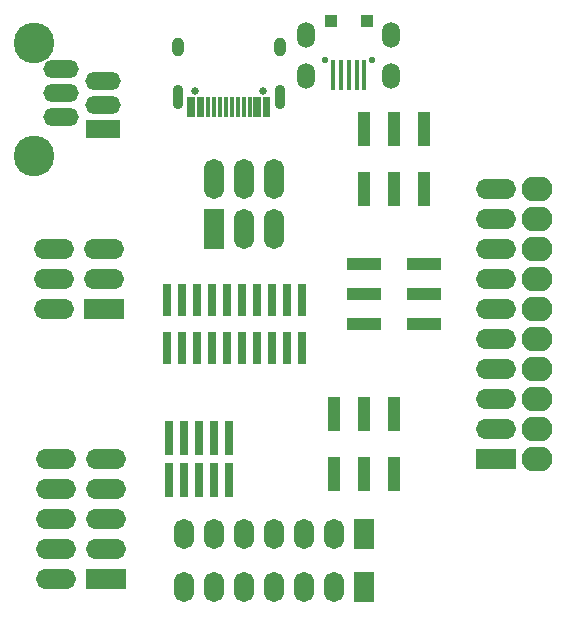
<source format=gts>
G04 #@! TF.GenerationSoftware,KiCad,Pcbnew,6.0.5-a6ca702e91~116~ubuntu20.04.1*
G04 #@! TF.CreationDate,2022-05-18T13:30:30-07:00*
G04 #@! TF.ProjectId,tag-connect-breakout,7461672d-636f-46e6-9e65-63742d627265,rev?*
G04 #@! TF.SameCoordinates,Original*
G04 #@! TF.FileFunction,Soldermask,Top*
G04 #@! TF.FilePolarity,Negative*
%FSLAX46Y46*%
G04 Gerber Fmt 4.6, Leading zero omitted, Abs format (unit mm)*
G04 Created by KiCad (PCBNEW 6.0.5-a6ca702e91~116~ubuntu20.04.1) date 2022-05-18 13:30:30*
%MOMM*%
%LPD*%
G01*
G04 APERTURE LIST*
%ADD10O,1.700000X3.400000*%
%ADD11R,1.700000X3.400000*%
%ADD12O,3.000000X1.500000*%
%ADD13R,3.000000X1.500000*%
%ADD14C,3.450000*%
%ADD15O,1.700000X2.550000*%
%ADD16R,1.700000X2.550000*%
%ADD17R,3.400000X1.700000*%
%ADD18O,3.400000X1.700000*%
%ADD19R,3.000000X1.000000*%
%ADD20R,1.000000X3.000000*%
%ADD21R,0.762000X2.794000*%
%ADD22R,0.300000X1.750000*%
%ADD23C,0.650000*%
%ADD24O,0.900000X2.100000*%
%ADD25O,1.000000X1.600000*%
%ADD26R,1.100000X1.100000*%
%ADD27R,0.400000X2.650000*%
%ADD28C,0.550000*%
%ADD29O,1.500000X2.200000*%
%ADD30R,0.762000X2.997200*%
%ADD31O,2.600000X2.100000*%
G04 APERTURE END LIST*
D10*
G04 #@! TO.C,J7*
X63500000Y-95670000D03*
X63500000Y-99910000D03*
X60960000Y-95670000D03*
X60960000Y-99910000D03*
X58420000Y-95670000D03*
D11*
X58420000Y-99910000D03*
G04 #@! TD*
D12*
G04 #@! TO.C,J1*
X45480000Y-86360000D03*
X49010000Y-87376000D03*
X45478000Y-88392000D03*
X49010000Y-89408000D03*
X45480000Y-90424000D03*
D13*
X49010000Y-91440000D03*
D14*
X43180000Y-84137500D03*
X43180000Y-93662500D03*
G04 #@! TD*
D15*
G04 #@! TO.C,J11*
X55880000Y-125730000D03*
X58420000Y-125730000D03*
X60960000Y-125730000D03*
X63500000Y-125730000D03*
X66040000Y-125730000D03*
X68580000Y-125730000D03*
D16*
X71120000Y-125730000D03*
G04 #@! TD*
D17*
G04 #@! TO.C,J2*
X49317500Y-129540000D03*
D18*
X45077500Y-129540000D03*
X49317500Y-127000000D03*
X45077500Y-127000000D03*
X49317500Y-124460000D03*
X45077500Y-124460000D03*
X49317500Y-121920000D03*
X45077500Y-121920000D03*
X49317500Y-119380000D03*
X45077500Y-119380000D03*
G04 #@! TD*
D19*
G04 #@! TO.C,SW3*
X76200000Y-107950000D03*
X76200000Y-105410000D03*
X76200000Y-102870000D03*
X71120000Y-107950000D03*
X71120000Y-105410000D03*
X71120000Y-102860000D03*
G04 #@! TD*
D20*
G04 #@! TO.C,SW2*
X73660000Y-115570000D03*
X71120000Y-115570000D03*
X68580000Y-115570000D03*
X73660000Y-120650000D03*
X71120000Y-120650000D03*
X68570000Y-120650000D03*
G04 #@! TD*
G04 #@! TO.C,SW1*
X76210000Y-91440000D03*
X73660000Y-91440000D03*
X71120000Y-91440000D03*
X76200000Y-96520000D03*
X73660000Y-96520000D03*
X71120000Y-96520000D03*
G04 #@! TD*
D21*
G04 #@! TO.C,J10*
X65913000Y-105918000D03*
X65913000Y-109982000D03*
X64643000Y-105918000D03*
X64643000Y-109982000D03*
X63373000Y-105918000D03*
X63373000Y-109982000D03*
X62103000Y-105918000D03*
X62103000Y-109982000D03*
X60833000Y-105918000D03*
X60833000Y-109982000D03*
X59563000Y-105918000D03*
X59563000Y-109982000D03*
X58293000Y-105918000D03*
X58293000Y-109982000D03*
X57023000Y-105918000D03*
X57023000Y-109982000D03*
X55753000Y-105918000D03*
X55753000Y-109982000D03*
X54483000Y-105918000D03*
X54483000Y-109982000D03*
G04 #@! TD*
D15*
G04 #@! TO.C,J9*
X55880000Y-130200000D03*
X58420000Y-130200000D03*
X60960000Y-130200000D03*
X63500000Y-130200000D03*
X66040000Y-130200000D03*
X68580000Y-130200000D03*
D16*
X71120000Y-130200000D03*
G04 #@! TD*
D22*
G04 #@! TO.C,J8*
X56340000Y-89510000D03*
X56640000Y-89510000D03*
X57440000Y-89510000D03*
X57140000Y-89510000D03*
X61940000Y-89510000D03*
X62240000Y-89510000D03*
X62740000Y-89510000D03*
X63040000Y-89510000D03*
X59940000Y-89510000D03*
X60940000Y-89510000D03*
X61440000Y-89510000D03*
X60440000Y-89510000D03*
X57940000Y-89510000D03*
X58440000Y-89510000D03*
X58940000Y-89510000D03*
X59440000Y-89510000D03*
D23*
X56800000Y-88170000D03*
X62580000Y-88170000D03*
D24*
X55370000Y-88670000D03*
X64010000Y-88670000D03*
D25*
X55370000Y-84490000D03*
X64010000Y-84490000D03*
G04 #@! TD*
D26*
G04 #@! TO.C,J6*
X71350000Y-82280000D03*
X68350000Y-82280000D03*
D27*
X69850000Y-86840000D03*
D28*
X71850000Y-85580000D03*
X67850000Y-85580000D03*
D27*
X70500000Y-86840000D03*
X71150000Y-86840000D03*
X69200000Y-86840000D03*
X68550000Y-86840000D03*
D29*
X73450000Y-83430000D03*
X66250000Y-83430000D03*
X66250000Y-86900000D03*
X73450000Y-86900000D03*
G04 #@! TD*
D18*
G04 #@! TO.C,J5*
X44870000Y-101600000D03*
X49110000Y-101600000D03*
X44870000Y-104140000D03*
X49110000Y-104140000D03*
X44870000Y-106680000D03*
D17*
X49110000Y-106680000D03*
G04 #@! TD*
D30*
G04 #@! TO.C,J4*
X59690000Y-121158000D03*
X59690000Y-117602000D03*
X58420000Y-121158000D03*
X58420000Y-117602000D03*
X57150000Y-121158000D03*
X57150000Y-117602000D03*
X55880000Y-121158000D03*
X55880000Y-117602000D03*
X54610000Y-121158000D03*
X54610000Y-117602000D03*
G04 #@! TD*
D31*
G04 #@! TO.C,J3*
X85740000Y-96520000D03*
D18*
X82350000Y-96520000D03*
D31*
X85740000Y-99060000D03*
D18*
X82350000Y-99060000D03*
D31*
X85740000Y-101600000D03*
D18*
X82350000Y-101600000D03*
D31*
X85740000Y-104140000D03*
D18*
X82350000Y-104140000D03*
D31*
X85740000Y-106680000D03*
D18*
X82350000Y-106680000D03*
D31*
X85740000Y-109220000D03*
D18*
X82350000Y-109220000D03*
D31*
X85740000Y-111760000D03*
D18*
X82350000Y-111760000D03*
D31*
X85740000Y-114300000D03*
D18*
X82350000Y-114300000D03*
D31*
X85740000Y-116840000D03*
D18*
X82350000Y-116840000D03*
D31*
X85740000Y-119380000D03*
D17*
X82350000Y-119380000D03*
G04 #@! TD*
M02*

</source>
